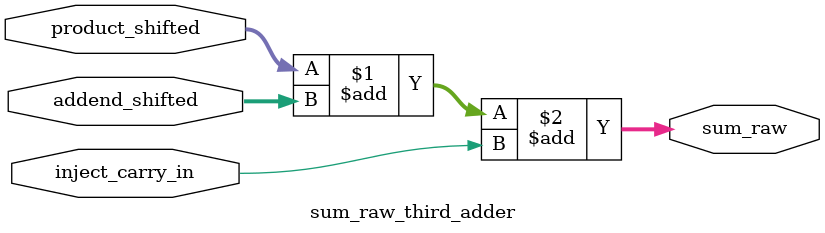
<source format=sv>


module sum_raw_third_adder #(
  parameter int unsigned PRECISION_BITS = 24
) (
  input  logic [(3*PRECISION_BITS+4)/3:0] product_shifted,
  input  logic [(3*PRECISION_BITS+4)/3:0] addend_shifted,
  input  logic                              inject_carry_in,

  output logic [(3*PRECISION_BITS+4)/3+1:0]   sum_raw
);

  assign sum_raw = product_shifted + addend_shifted + inject_carry_in;

endmodule

</source>
